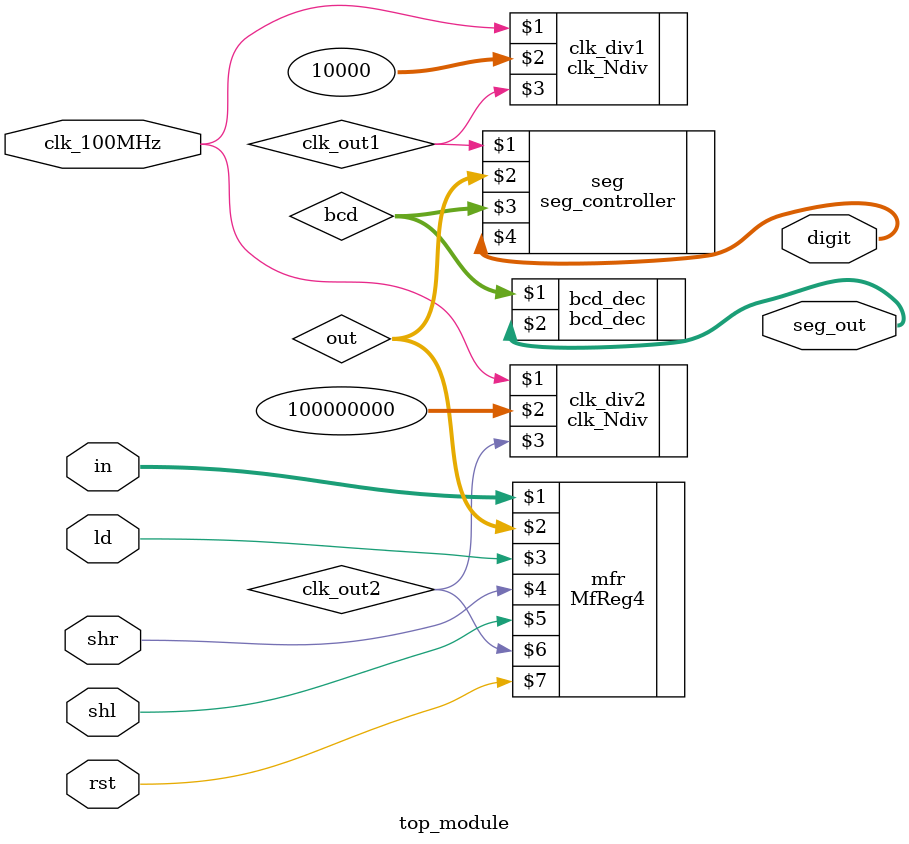
<source format=v>
`timescale 1ns / 1ps


module top_module(input clk_100MHz, input ld, input shr,input shl,input rst, input [3:0] in, output [7:0] seg_out, output [5:0] digit);
    wire clk_out1, clk_out2; wire [3:0] bcd;
    wire [7:0] out;
    parameter N1 = 32'd10000, N2 = 32'd100000000;
    clk_Ndiv clk_div1(clk_100MHz, N1, clk_out1);
    clk_Ndiv clk_div2(clk_100MHz, N2, clk_out2);
    MfReg4 mfr(in, out, ld, shr, shl, clk_out2, rst);
    seg_controller seg( clk_out1, out,  bcd,  digit);
    bcd_dec bcd_dec(bcd, seg_out); 
endmodule

</source>
